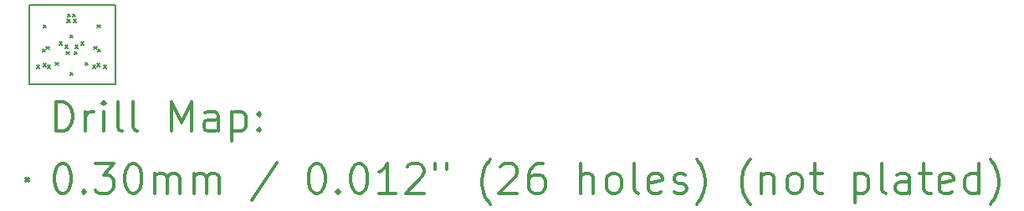
<source format=gbr>
%FSLAX45Y45*%
G04 Gerber Fmt 4.5, Leading zero omitted, Abs format (unit mm)*
G04 Created by KiCad (PCBNEW 4.0.7) date Tuesday, July 31, 2018 'AMt' 11:27:38 AM*
%MOMM*%
%LPD*%
G01*
G04 APERTURE LIST*
%ADD10C,0.127000*%
%ADD11C,0.150000*%
%ADD12C,0.200000*%
%ADD13C,0.300000*%
G04 APERTURE END LIST*
D10*
D11*
X11825000Y-9035000D02*
X12690000Y-9035000D01*
X11825000Y-9840000D02*
X11825000Y-9035000D01*
X12695000Y-9840000D02*
X11825000Y-9840000D01*
X12695000Y-9035000D02*
X12695000Y-9840000D01*
D12*
X11895000Y-9645000D02*
X11925000Y-9675000D01*
X11925000Y-9645000D02*
X11895000Y-9675000D01*
X11955000Y-9480000D02*
X11985000Y-9510000D01*
X11985000Y-9480000D02*
X11955000Y-9510000D01*
X11965000Y-9235000D02*
X11995000Y-9265000D01*
X11995000Y-9235000D02*
X11965000Y-9265000D01*
X11965000Y-9625000D02*
X11995000Y-9655000D01*
X11995000Y-9625000D02*
X11965000Y-9655000D01*
X11995000Y-9455000D02*
X12025000Y-9485000D01*
X12025000Y-9455000D02*
X11995000Y-9485000D01*
X12005000Y-9645000D02*
X12035000Y-9675000D01*
X12035000Y-9645000D02*
X12005000Y-9675000D01*
X12085000Y-9615000D02*
X12115000Y-9645000D01*
X12115000Y-9615000D02*
X12085000Y-9645000D01*
X12125000Y-9405000D02*
X12155000Y-9435000D01*
X12155000Y-9405000D02*
X12125000Y-9435000D01*
X12185000Y-9440000D02*
X12215000Y-9470000D01*
X12215000Y-9440000D02*
X12185000Y-9470000D01*
X12195000Y-9505000D02*
X12225000Y-9535000D01*
X12225000Y-9505000D02*
X12195000Y-9535000D01*
X12205000Y-9180000D02*
X12235000Y-9210000D01*
X12235000Y-9180000D02*
X12205000Y-9210000D01*
X12210000Y-9125000D02*
X12240000Y-9155000D01*
X12240000Y-9125000D02*
X12210000Y-9155000D01*
X12235000Y-9335000D02*
X12265000Y-9365000D01*
X12265000Y-9335000D02*
X12235000Y-9365000D01*
X12235000Y-9715000D02*
X12265000Y-9745000D01*
X12265000Y-9715000D02*
X12235000Y-9745000D01*
X12260000Y-9125000D02*
X12290000Y-9155000D01*
X12290000Y-9125000D02*
X12260000Y-9155000D01*
X12270000Y-9180000D02*
X12300000Y-9210000D01*
X12300000Y-9180000D02*
X12270000Y-9210000D01*
X12275000Y-9505000D02*
X12305000Y-9535000D01*
X12305000Y-9505000D02*
X12275000Y-9535000D01*
X12285000Y-9440000D02*
X12315000Y-9470000D01*
X12315000Y-9440000D02*
X12285000Y-9470000D01*
X12345000Y-9405000D02*
X12375000Y-9435000D01*
X12375000Y-9405000D02*
X12345000Y-9435000D01*
X12385000Y-9615000D02*
X12415000Y-9645000D01*
X12415000Y-9615000D02*
X12385000Y-9645000D01*
X12465000Y-9645000D02*
X12495000Y-9675000D01*
X12495000Y-9645000D02*
X12465000Y-9675000D01*
X12475000Y-9455000D02*
X12505000Y-9485000D01*
X12505000Y-9455000D02*
X12475000Y-9485000D01*
X12505000Y-9625000D02*
X12535000Y-9655000D01*
X12535000Y-9625000D02*
X12505000Y-9655000D01*
X12510000Y-9235000D02*
X12540000Y-9265000D01*
X12540000Y-9235000D02*
X12510000Y-9265000D01*
X12515000Y-9480000D02*
X12545000Y-9510000D01*
X12545000Y-9480000D02*
X12515000Y-9510000D01*
X12575000Y-9645000D02*
X12605000Y-9675000D01*
X12605000Y-9645000D02*
X12575000Y-9675000D01*
D13*
X12088928Y-10313214D02*
X12088928Y-10013214D01*
X12160357Y-10013214D01*
X12203214Y-10027500D01*
X12231786Y-10056072D01*
X12246071Y-10084643D01*
X12260357Y-10141786D01*
X12260357Y-10184643D01*
X12246071Y-10241786D01*
X12231786Y-10270357D01*
X12203214Y-10298929D01*
X12160357Y-10313214D01*
X12088928Y-10313214D01*
X12388928Y-10313214D02*
X12388928Y-10113214D01*
X12388928Y-10170357D02*
X12403214Y-10141786D01*
X12417500Y-10127500D01*
X12446071Y-10113214D01*
X12474643Y-10113214D01*
X12574643Y-10313214D02*
X12574643Y-10113214D01*
X12574643Y-10013214D02*
X12560357Y-10027500D01*
X12574643Y-10041786D01*
X12588928Y-10027500D01*
X12574643Y-10013214D01*
X12574643Y-10041786D01*
X12760357Y-10313214D02*
X12731786Y-10298929D01*
X12717500Y-10270357D01*
X12717500Y-10013214D01*
X12917500Y-10313214D02*
X12888928Y-10298929D01*
X12874643Y-10270357D01*
X12874643Y-10013214D01*
X13260357Y-10313214D02*
X13260357Y-10013214D01*
X13360357Y-10227500D01*
X13460357Y-10013214D01*
X13460357Y-10313214D01*
X13731786Y-10313214D02*
X13731786Y-10156072D01*
X13717500Y-10127500D01*
X13688928Y-10113214D01*
X13631786Y-10113214D01*
X13603214Y-10127500D01*
X13731786Y-10298929D02*
X13703214Y-10313214D01*
X13631786Y-10313214D01*
X13603214Y-10298929D01*
X13588928Y-10270357D01*
X13588928Y-10241786D01*
X13603214Y-10213214D01*
X13631786Y-10198929D01*
X13703214Y-10198929D01*
X13731786Y-10184643D01*
X13874643Y-10113214D02*
X13874643Y-10413214D01*
X13874643Y-10127500D02*
X13903214Y-10113214D01*
X13960357Y-10113214D01*
X13988928Y-10127500D01*
X14003214Y-10141786D01*
X14017500Y-10170357D01*
X14017500Y-10256072D01*
X14003214Y-10284643D01*
X13988928Y-10298929D01*
X13960357Y-10313214D01*
X13903214Y-10313214D01*
X13874643Y-10298929D01*
X14146071Y-10284643D02*
X14160357Y-10298929D01*
X14146071Y-10313214D01*
X14131786Y-10298929D01*
X14146071Y-10284643D01*
X14146071Y-10313214D01*
X14146071Y-10127500D02*
X14160357Y-10141786D01*
X14146071Y-10156072D01*
X14131786Y-10141786D01*
X14146071Y-10127500D01*
X14146071Y-10156072D01*
X11787500Y-10792500D02*
X11817500Y-10822500D01*
X11817500Y-10792500D02*
X11787500Y-10822500D01*
X12146071Y-10643214D02*
X12174643Y-10643214D01*
X12203214Y-10657500D01*
X12217500Y-10671786D01*
X12231786Y-10700357D01*
X12246071Y-10757500D01*
X12246071Y-10828929D01*
X12231786Y-10886072D01*
X12217500Y-10914643D01*
X12203214Y-10928929D01*
X12174643Y-10943214D01*
X12146071Y-10943214D01*
X12117500Y-10928929D01*
X12103214Y-10914643D01*
X12088928Y-10886072D01*
X12074643Y-10828929D01*
X12074643Y-10757500D01*
X12088928Y-10700357D01*
X12103214Y-10671786D01*
X12117500Y-10657500D01*
X12146071Y-10643214D01*
X12374643Y-10914643D02*
X12388928Y-10928929D01*
X12374643Y-10943214D01*
X12360357Y-10928929D01*
X12374643Y-10914643D01*
X12374643Y-10943214D01*
X12488928Y-10643214D02*
X12674643Y-10643214D01*
X12574643Y-10757500D01*
X12617500Y-10757500D01*
X12646071Y-10771786D01*
X12660357Y-10786072D01*
X12674643Y-10814643D01*
X12674643Y-10886072D01*
X12660357Y-10914643D01*
X12646071Y-10928929D01*
X12617500Y-10943214D01*
X12531786Y-10943214D01*
X12503214Y-10928929D01*
X12488928Y-10914643D01*
X12860357Y-10643214D02*
X12888928Y-10643214D01*
X12917500Y-10657500D01*
X12931786Y-10671786D01*
X12946071Y-10700357D01*
X12960357Y-10757500D01*
X12960357Y-10828929D01*
X12946071Y-10886072D01*
X12931786Y-10914643D01*
X12917500Y-10928929D01*
X12888928Y-10943214D01*
X12860357Y-10943214D01*
X12831786Y-10928929D01*
X12817500Y-10914643D01*
X12803214Y-10886072D01*
X12788928Y-10828929D01*
X12788928Y-10757500D01*
X12803214Y-10700357D01*
X12817500Y-10671786D01*
X12831786Y-10657500D01*
X12860357Y-10643214D01*
X13088928Y-10943214D02*
X13088928Y-10743214D01*
X13088928Y-10771786D02*
X13103214Y-10757500D01*
X13131786Y-10743214D01*
X13174643Y-10743214D01*
X13203214Y-10757500D01*
X13217500Y-10786072D01*
X13217500Y-10943214D01*
X13217500Y-10786072D02*
X13231786Y-10757500D01*
X13260357Y-10743214D01*
X13303214Y-10743214D01*
X13331786Y-10757500D01*
X13346071Y-10786072D01*
X13346071Y-10943214D01*
X13488928Y-10943214D02*
X13488928Y-10743214D01*
X13488928Y-10771786D02*
X13503214Y-10757500D01*
X13531786Y-10743214D01*
X13574643Y-10743214D01*
X13603214Y-10757500D01*
X13617500Y-10786072D01*
X13617500Y-10943214D01*
X13617500Y-10786072D02*
X13631786Y-10757500D01*
X13660357Y-10743214D01*
X13703214Y-10743214D01*
X13731786Y-10757500D01*
X13746071Y-10786072D01*
X13746071Y-10943214D01*
X14331786Y-10628929D02*
X14074643Y-11014643D01*
X14717500Y-10643214D02*
X14746071Y-10643214D01*
X14774643Y-10657500D01*
X14788928Y-10671786D01*
X14803214Y-10700357D01*
X14817500Y-10757500D01*
X14817500Y-10828929D01*
X14803214Y-10886072D01*
X14788928Y-10914643D01*
X14774643Y-10928929D01*
X14746071Y-10943214D01*
X14717500Y-10943214D01*
X14688928Y-10928929D01*
X14674643Y-10914643D01*
X14660357Y-10886072D01*
X14646071Y-10828929D01*
X14646071Y-10757500D01*
X14660357Y-10700357D01*
X14674643Y-10671786D01*
X14688928Y-10657500D01*
X14717500Y-10643214D01*
X14946071Y-10914643D02*
X14960357Y-10928929D01*
X14946071Y-10943214D01*
X14931786Y-10928929D01*
X14946071Y-10914643D01*
X14946071Y-10943214D01*
X15146071Y-10643214D02*
X15174643Y-10643214D01*
X15203214Y-10657500D01*
X15217500Y-10671786D01*
X15231785Y-10700357D01*
X15246071Y-10757500D01*
X15246071Y-10828929D01*
X15231785Y-10886072D01*
X15217500Y-10914643D01*
X15203214Y-10928929D01*
X15174643Y-10943214D01*
X15146071Y-10943214D01*
X15117500Y-10928929D01*
X15103214Y-10914643D01*
X15088928Y-10886072D01*
X15074643Y-10828929D01*
X15074643Y-10757500D01*
X15088928Y-10700357D01*
X15103214Y-10671786D01*
X15117500Y-10657500D01*
X15146071Y-10643214D01*
X15531785Y-10943214D02*
X15360357Y-10943214D01*
X15446071Y-10943214D02*
X15446071Y-10643214D01*
X15417500Y-10686072D01*
X15388928Y-10714643D01*
X15360357Y-10728929D01*
X15646071Y-10671786D02*
X15660357Y-10657500D01*
X15688928Y-10643214D01*
X15760357Y-10643214D01*
X15788928Y-10657500D01*
X15803214Y-10671786D01*
X15817500Y-10700357D01*
X15817500Y-10728929D01*
X15803214Y-10771786D01*
X15631785Y-10943214D01*
X15817500Y-10943214D01*
X15931786Y-10643214D02*
X15931786Y-10700357D01*
X16046071Y-10643214D02*
X16046071Y-10700357D01*
X16488928Y-11057500D02*
X16474643Y-11043214D01*
X16446071Y-11000357D01*
X16431785Y-10971786D01*
X16417500Y-10928929D01*
X16403214Y-10857500D01*
X16403214Y-10800357D01*
X16417500Y-10728929D01*
X16431785Y-10686072D01*
X16446071Y-10657500D01*
X16474643Y-10614643D01*
X16488928Y-10600357D01*
X16588928Y-10671786D02*
X16603214Y-10657500D01*
X16631785Y-10643214D01*
X16703214Y-10643214D01*
X16731785Y-10657500D01*
X16746071Y-10671786D01*
X16760357Y-10700357D01*
X16760357Y-10728929D01*
X16746071Y-10771786D01*
X16574643Y-10943214D01*
X16760357Y-10943214D01*
X17017500Y-10643214D02*
X16960357Y-10643214D01*
X16931786Y-10657500D01*
X16917500Y-10671786D01*
X16888928Y-10714643D01*
X16874643Y-10771786D01*
X16874643Y-10886072D01*
X16888928Y-10914643D01*
X16903214Y-10928929D01*
X16931786Y-10943214D01*
X16988928Y-10943214D01*
X17017500Y-10928929D01*
X17031786Y-10914643D01*
X17046071Y-10886072D01*
X17046071Y-10814643D01*
X17031786Y-10786072D01*
X17017500Y-10771786D01*
X16988928Y-10757500D01*
X16931786Y-10757500D01*
X16903214Y-10771786D01*
X16888928Y-10786072D01*
X16874643Y-10814643D01*
X17403214Y-10943214D02*
X17403214Y-10643214D01*
X17531786Y-10943214D02*
X17531786Y-10786072D01*
X17517500Y-10757500D01*
X17488928Y-10743214D01*
X17446071Y-10743214D01*
X17417500Y-10757500D01*
X17403214Y-10771786D01*
X17717500Y-10943214D02*
X17688928Y-10928929D01*
X17674643Y-10914643D01*
X17660357Y-10886072D01*
X17660357Y-10800357D01*
X17674643Y-10771786D01*
X17688928Y-10757500D01*
X17717500Y-10743214D01*
X17760357Y-10743214D01*
X17788928Y-10757500D01*
X17803214Y-10771786D01*
X17817500Y-10800357D01*
X17817500Y-10886072D01*
X17803214Y-10914643D01*
X17788928Y-10928929D01*
X17760357Y-10943214D01*
X17717500Y-10943214D01*
X17988928Y-10943214D02*
X17960357Y-10928929D01*
X17946071Y-10900357D01*
X17946071Y-10643214D01*
X18217500Y-10928929D02*
X18188929Y-10943214D01*
X18131786Y-10943214D01*
X18103214Y-10928929D01*
X18088929Y-10900357D01*
X18088929Y-10786072D01*
X18103214Y-10757500D01*
X18131786Y-10743214D01*
X18188929Y-10743214D01*
X18217500Y-10757500D01*
X18231786Y-10786072D01*
X18231786Y-10814643D01*
X18088929Y-10843214D01*
X18346071Y-10928929D02*
X18374643Y-10943214D01*
X18431786Y-10943214D01*
X18460357Y-10928929D01*
X18474643Y-10900357D01*
X18474643Y-10886072D01*
X18460357Y-10857500D01*
X18431786Y-10843214D01*
X18388929Y-10843214D01*
X18360357Y-10828929D01*
X18346071Y-10800357D01*
X18346071Y-10786072D01*
X18360357Y-10757500D01*
X18388929Y-10743214D01*
X18431786Y-10743214D01*
X18460357Y-10757500D01*
X18574643Y-11057500D02*
X18588929Y-11043214D01*
X18617500Y-11000357D01*
X18631786Y-10971786D01*
X18646071Y-10928929D01*
X18660357Y-10857500D01*
X18660357Y-10800357D01*
X18646071Y-10728929D01*
X18631786Y-10686072D01*
X18617500Y-10657500D01*
X18588929Y-10614643D01*
X18574643Y-10600357D01*
X19117500Y-11057500D02*
X19103214Y-11043214D01*
X19074643Y-11000357D01*
X19060357Y-10971786D01*
X19046071Y-10928929D01*
X19031786Y-10857500D01*
X19031786Y-10800357D01*
X19046071Y-10728929D01*
X19060357Y-10686072D01*
X19074643Y-10657500D01*
X19103214Y-10614643D01*
X19117500Y-10600357D01*
X19231786Y-10743214D02*
X19231786Y-10943214D01*
X19231786Y-10771786D02*
X19246071Y-10757500D01*
X19274643Y-10743214D01*
X19317500Y-10743214D01*
X19346071Y-10757500D01*
X19360357Y-10786072D01*
X19360357Y-10943214D01*
X19546071Y-10943214D02*
X19517500Y-10928929D01*
X19503214Y-10914643D01*
X19488929Y-10886072D01*
X19488929Y-10800357D01*
X19503214Y-10771786D01*
X19517500Y-10757500D01*
X19546071Y-10743214D01*
X19588929Y-10743214D01*
X19617500Y-10757500D01*
X19631786Y-10771786D01*
X19646071Y-10800357D01*
X19646071Y-10886072D01*
X19631786Y-10914643D01*
X19617500Y-10928929D01*
X19588929Y-10943214D01*
X19546071Y-10943214D01*
X19731786Y-10743214D02*
X19846071Y-10743214D01*
X19774643Y-10643214D02*
X19774643Y-10900357D01*
X19788929Y-10928929D01*
X19817500Y-10943214D01*
X19846071Y-10943214D01*
X20174643Y-10743214D02*
X20174643Y-11043214D01*
X20174643Y-10757500D02*
X20203214Y-10743214D01*
X20260357Y-10743214D01*
X20288929Y-10757500D01*
X20303214Y-10771786D01*
X20317500Y-10800357D01*
X20317500Y-10886072D01*
X20303214Y-10914643D01*
X20288929Y-10928929D01*
X20260357Y-10943214D01*
X20203214Y-10943214D01*
X20174643Y-10928929D01*
X20488929Y-10943214D02*
X20460357Y-10928929D01*
X20446071Y-10900357D01*
X20446071Y-10643214D01*
X20731786Y-10943214D02*
X20731786Y-10786072D01*
X20717500Y-10757500D01*
X20688929Y-10743214D01*
X20631786Y-10743214D01*
X20603214Y-10757500D01*
X20731786Y-10928929D02*
X20703214Y-10943214D01*
X20631786Y-10943214D01*
X20603214Y-10928929D01*
X20588929Y-10900357D01*
X20588929Y-10871786D01*
X20603214Y-10843214D01*
X20631786Y-10828929D01*
X20703214Y-10828929D01*
X20731786Y-10814643D01*
X20831786Y-10743214D02*
X20946071Y-10743214D01*
X20874643Y-10643214D02*
X20874643Y-10900357D01*
X20888929Y-10928929D01*
X20917500Y-10943214D01*
X20946071Y-10943214D01*
X21160357Y-10928929D02*
X21131786Y-10943214D01*
X21074643Y-10943214D01*
X21046072Y-10928929D01*
X21031786Y-10900357D01*
X21031786Y-10786072D01*
X21046072Y-10757500D01*
X21074643Y-10743214D01*
X21131786Y-10743214D01*
X21160357Y-10757500D01*
X21174643Y-10786072D01*
X21174643Y-10814643D01*
X21031786Y-10843214D01*
X21431786Y-10943214D02*
X21431786Y-10643214D01*
X21431786Y-10928929D02*
X21403214Y-10943214D01*
X21346072Y-10943214D01*
X21317500Y-10928929D01*
X21303214Y-10914643D01*
X21288929Y-10886072D01*
X21288929Y-10800357D01*
X21303214Y-10771786D01*
X21317500Y-10757500D01*
X21346072Y-10743214D01*
X21403214Y-10743214D01*
X21431786Y-10757500D01*
X21546072Y-11057500D02*
X21560357Y-11043214D01*
X21588929Y-11000357D01*
X21603214Y-10971786D01*
X21617500Y-10928929D01*
X21631786Y-10857500D01*
X21631786Y-10800357D01*
X21617500Y-10728929D01*
X21603214Y-10686072D01*
X21588929Y-10657500D01*
X21560357Y-10614643D01*
X21546072Y-10600357D01*
M02*

</source>
